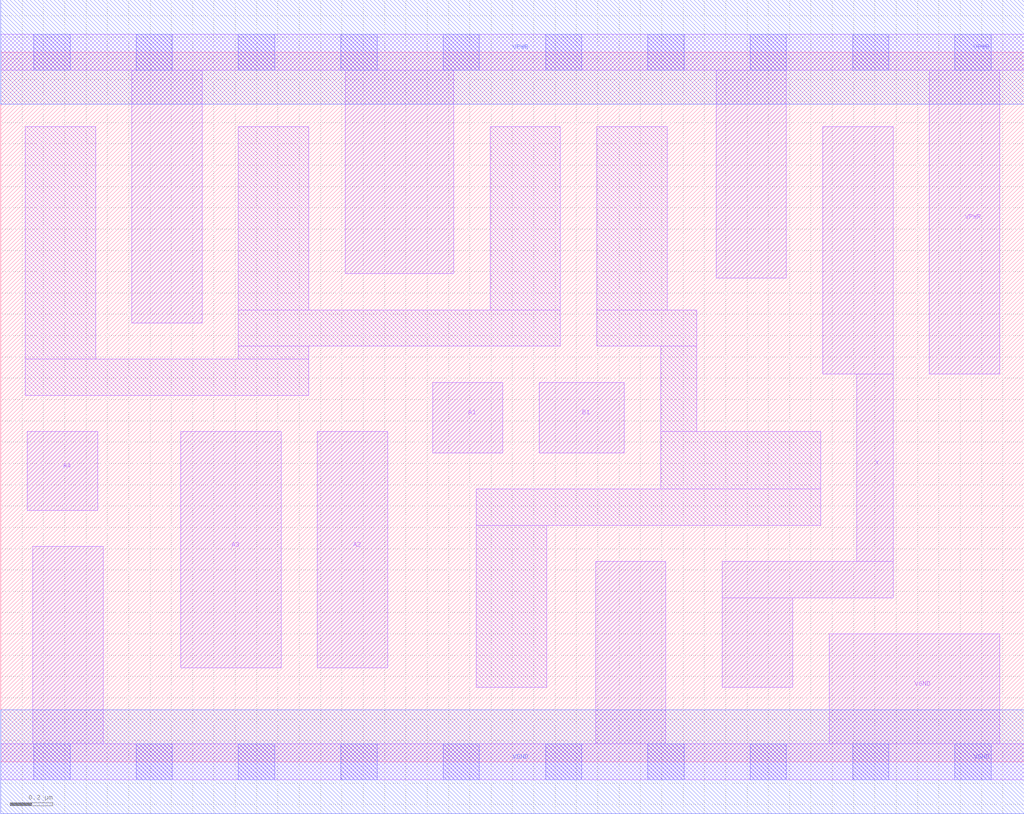
<source format=lef>
# Copyright 2020 The SkyWater PDK Authors
#
# Licensed under the Apache License, Version 2.0 (the "License");
# you may not use this file except in compliance with the License.
# You may obtain a copy of the License at
#
#     https://www.apache.org/licenses/LICENSE-2.0
#
# Unless required by applicable law or agreed to in writing, software
# distributed under the License is distributed on an "AS IS" BASIS,
# WITHOUT WARRANTIES OR CONDITIONS OF ANY KIND, either express or implied.
# See the License for the specific language governing permissions and
# limitations under the License.
#
# SPDX-License-Identifier: Apache-2.0

VERSION 5.7 ;
  NAMESCASESENSITIVE ON ;
  NOWIREEXTENSIONATPIN ON ;
  DIVIDERCHAR "/" ;
  BUSBITCHARS "[]" ;
UNITS
  DATABASE MICRONS 200 ;
END UNITS
MACRO sky130_fd_sc_hs__a41o_2
  CLASS CORE ;
  SOURCE USER ;
  FOREIGN sky130_fd_sc_hs__a41o_2 ;
  ORIGIN  0.000000  0.000000 ;
  SIZE  4.800000 BY  3.330000 ;
  SYMMETRY X Y ;
  SITE unit ;
  PIN A1
    ANTENNAGATEAREA  0.261000 ;
    DIRECTION INPUT ;
    USE SIGNAL ;
    PORT
      LAYER li1 ;
        RECT 2.025000 1.450000 2.355000 1.780000 ;
    END
  END A1
  PIN A2
    ANTENNAGATEAREA  0.261000 ;
    DIRECTION INPUT ;
    USE SIGNAL ;
    PORT
      LAYER li1 ;
        RECT 1.485000 0.440000 1.815000 1.550000 ;
    END
  END A2
  PIN A3
    ANTENNAGATEAREA  0.261000 ;
    DIRECTION INPUT ;
    USE SIGNAL ;
    PORT
      LAYER li1 ;
        RECT 0.845000 0.440000 1.315000 1.550000 ;
    END
  END A3
  PIN A4
    ANTENNAGATEAREA  0.261000 ;
    DIRECTION INPUT ;
    USE SIGNAL ;
    PORT
      LAYER li1 ;
        RECT 0.125000 1.180000 0.455000 1.550000 ;
    END
  END A4
  PIN B1
    ANTENNAGATEAREA  0.261000 ;
    DIRECTION INPUT ;
    USE SIGNAL ;
    PORT
      LAYER li1 ;
        RECT 2.525000 1.450000 2.925000 1.780000 ;
    END
  END B1
  PIN X
    ANTENNADIFFAREA  0.639400 ;
    DIRECTION OUTPUT ;
    USE SIGNAL ;
    PORT
      LAYER li1 ;
        RECT 3.385000 0.350000 3.715000 0.770000 ;
        RECT 3.385000 0.770000 4.185000 0.940000 ;
        RECT 3.855000 1.820000 4.185000 2.980000 ;
        RECT 4.015000 0.940000 4.185000 1.820000 ;
    END
  END X
  PIN VGND
    DIRECTION INOUT ;
    USE GROUND ;
    PORT
      LAYER li1 ;
        RECT 0.000000 -0.085000 4.800000 0.085000 ;
        RECT 0.150000  0.085000 0.480000 1.010000 ;
        RECT 2.790000  0.085000 3.120000 0.940000 ;
        RECT 3.885000  0.085000 4.685000 0.600000 ;
      LAYER mcon ;
        RECT 0.155000 -0.085000 0.325000 0.085000 ;
        RECT 0.635000 -0.085000 0.805000 0.085000 ;
        RECT 1.115000 -0.085000 1.285000 0.085000 ;
        RECT 1.595000 -0.085000 1.765000 0.085000 ;
        RECT 2.075000 -0.085000 2.245000 0.085000 ;
        RECT 2.555000 -0.085000 2.725000 0.085000 ;
        RECT 3.035000 -0.085000 3.205000 0.085000 ;
        RECT 3.515000 -0.085000 3.685000 0.085000 ;
        RECT 3.995000 -0.085000 4.165000 0.085000 ;
        RECT 4.475000 -0.085000 4.645000 0.085000 ;
      LAYER met1 ;
        RECT 0.000000 -0.245000 4.800000 0.245000 ;
    END
  END VGND
  PIN VPWR
    DIRECTION INOUT ;
    USE POWER ;
    PORT
      LAYER li1 ;
        RECT 0.000000 3.245000 4.800000 3.415000 ;
        RECT 0.615000 2.060000 0.945000 3.245000 ;
        RECT 1.615000 2.290000 2.125000 3.245000 ;
        RECT 3.355000 2.270000 3.685000 3.245000 ;
        RECT 4.355000 1.820000 4.685000 3.245000 ;
      LAYER mcon ;
        RECT 0.155000 3.245000 0.325000 3.415000 ;
        RECT 0.635000 3.245000 0.805000 3.415000 ;
        RECT 1.115000 3.245000 1.285000 3.415000 ;
        RECT 1.595000 3.245000 1.765000 3.415000 ;
        RECT 2.075000 3.245000 2.245000 3.415000 ;
        RECT 2.555000 3.245000 2.725000 3.415000 ;
        RECT 3.035000 3.245000 3.205000 3.415000 ;
        RECT 3.515000 3.245000 3.685000 3.415000 ;
        RECT 3.995000 3.245000 4.165000 3.415000 ;
        RECT 4.475000 3.245000 4.645000 3.415000 ;
      LAYER met1 ;
        RECT 0.000000 3.085000 4.800000 3.575000 ;
    END
  END VPWR
  OBS
    LAYER li1 ;
      RECT 0.115000 1.720000 1.445000 1.890000 ;
      RECT 0.115000 1.890000 0.445000 2.980000 ;
      RECT 1.115000 1.890000 1.445000 1.950000 ;
      RECT 1.115000 1.950000 2.625000 2.120000 ;
      RECT 1.115000 2.120000 1.445000 2.980000 ;
      RECT 2.230000 0.350000 2.560000 1.110000 ;
      RECT 2.230000 1.110000 3.845000 1.280000 ;
      RECT 2.295000 2.120000 2.625000 2.980000 ;
      RECT 2.795000 1.950000 3.265000 2.120000 ;
      RECT 2.795000 2.120000 3.125000 2.980000 ;
      RECT 3.095000 1.280000 3.845000 1.550000 ;
      RECT 3.095000 1.550000 3.265000 1.950000 ;
  END
END sky130_fd_sc_hs__a41o_2

</source>
